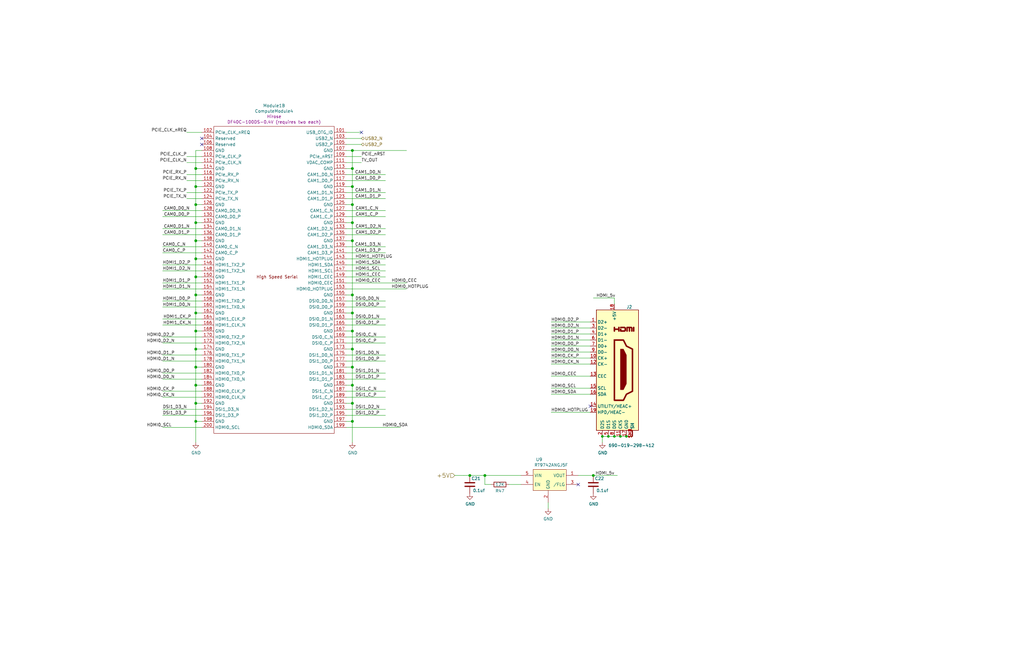
<source format=kicad_sch>
(kicad_sch (version 20211123) (generator eeschema)
  (paper "B")
  (title_block (title "ConnectBox CM4 for China Case") (date "2022-04-07") (rev "1.8.3") (comment 1 "JRA"))
  (lib_symbols
    (symbol "CM4IO:ComputeModule4-CM4"
      (property "Reference" "Module" (at 113.03 -68.58 0))
      (property "Value" "ComputeModule4-CM4" (at 140.97 2.54 0))
      (symbol "ComputeModule4-CM4_1_0"
        (text "GPIO" (at 0 6.35 0) (effects (font (size 1.27 1.27))))
      )
      (symbol "ComputeModule4-CM4_1_1"
        (rectangle (start -30.48 -71.12) (end 25.4 58.42))
        (text "600mA Max" (at -8.89 -53.34 0) (effects (font (size 1.27 1.27))))
        (text "600mA Max" (at -8.89 -48.26 0) (effects (font (size 1.27 1.27))))
        (text "NB SD signals are only available" (at -1.27 -27.94 0) (effects (font (size 1.27 1.27))))
        (text "on modules without eMMC" (at -1.27 -30.48 0) (effects (font (size 1.27 1.27))))
        (pin power_in line (at 27.94 55.88 180) (length 2.54) (name "GND") (number "1"))
        (pin passive line (at -33.02 45.72 0) (length 2.54) (name "Ethernet_Pair0_N") (number "10"))
        (pin output line (at -33.02 -68.58 0) (length 2.54) (name "nEXTRST") (number "100"))
        (pin passive line (at 27.94 43.18 180) (length 2.54) (name "Ethernet_Pair2_P") (number "11"))
        (pin passive line (at -33.02 43.18 0) (length 2.54) (name "Ethernet_Pair0_P") (number "12"))
        (pin power_in line (at 27.94 40.64 180) (length 2.54) (name "GND") (number "13"))
        (pin power_in line (at -33.02 40.64 0) (length 2.54) (name "GND") (number "14"))
        (pin output line (at 27.94 38.1 180) (length 2.54) (name "Ethernet_nLED3(3.3v)") (number "15"))
        (pin input line (at -33.02 38.1 0) (length 2.54) (name "Ethernet_SYNC_IN(1.8v)") (number "16"))
        (pin output line (at 27.94 35.56 180) (length 2.54) (name "Ethernet_nLED2(3.3v)") (number "17"))
        (pin input line (at -33.02 35.56 0) (length 2.54) (name "Ethernet_SYNC_OUT(1.8v)") (number "18"))
        (pin output line (at 27.94 33.02 180) (length 2.54) (name "Ethernet_nLED1(3.3v)") (number "19"))
        (pin power_in line (at -33.02 55.88 0) (length 2.54) (name "GND") (number "2"))
        (pin passive line (at -33.02 33.02 0) (length 2.54) (name "EEPROM_nWP") (number "20"))
        (pin open_collector line (at 27.94 30.48 180) (length 2.54) (name "PI_nLED_Activity") (number "21"))
        (pin power_in line (at -33.02 30.48 0) (length 2.54) (name "GND") (number "22"))
        (pin power_in line (at 27.94 27.94 180) (length 2.54) (name "GND") (number "23"))
        (pin passive line (at -33.02 27.94 0) (length 2.54) (name "GPIO26") (number "24"))
        (pin passive line (at 27.94 25.4 180) (length 2.54) (name "GPIO21") (number "25"))
        (pin passive line (at -33.02 25.4 0) (length 2.54) (name "GPIO19") (number "26"))
        (pin passive line (at 27.94 22.86 180) (length 2.54) (name "GPIO20") (number "27"))
        (pin passive line (at -33.02 22.86 0) (length 2.54) (name "GPIO13") (number "28"))
        (pin passive line (at 27.94 20.32 180) (length 2.54) (name "GPIO16") (number "29"))
        (pin passive line (at 27.94 53.34 180) (length 2.54) (name "Ethernet_Pair3_P") (number "3"))
        (pin passive line (at -33.02 20.32 0) (length 2.54) (name "GPIO6") (number "30"))
        (pin passive line (at 27.94 17.78 180) (length 2.54) (name "GPIO12") (number "31"))
        (pin power_in line (at -33.02 17.78 0) (length 2.54) (name "GND") (number "32"))
        (pin power_in line (at 27.94 15.24 180) (length 2.54) (name "GND") (number "33"))
        (pin passive line (at -33.02 15.24 0) (length 2.54) (name "GPIO5") (number "34"))
        (pin passive line (at 27.94 12.7 180) (length 2.54) (name "ID_SC") (number "35"))
        (pin passive line (at -33.02 12.7 0) (length 2.54) (name "ID_SD") (number "36"))
        (pin passive line (at 27.94 10.16 180) (length 2.54) (name "GPIO7") (number "37"))
        (pin passive line (at -33.02 10.16 0) (length 2.54) (name "GPIO11") (number "38"))
        (pin passive line (at 27.94 7.62 180) (length 2.54) (name "GPIO8") (number "39"))
        (pin passive line (at -33.02 53.34 0) (length 2.54) (name "Ethernet_Pair1_P") (number "4"))
        (pin passive line (at -33.02 7.62 0) (length 2.54) (name "GPIO9") (number "40"))
        (pin passive line (at 27.94 5.08 180) (length 2.54) (name "GPIO25") (number "41"))
        (pin power_in line (at -33.02 5.08 0) (length 2.54) (name "GND") (number "42"))
        (pin power_in line (at 27.94 2.54 180) (length 2.54) (name "GND") (number "43"))
        (pin passive line (at -33.02 2.54 0) (length 2.54) (name "GPIO10") (number "44"))
        (pin passive line (at 27.94 0 180) (length 2.54) (name "GPIO24") (number "45"))
        (pin passive line (at -33.02 0 0) (length 2.54) (name "GPIO22") (number "46"))
        (pin passive line (at 27.94 -2.54 180) (length 2.54) (name "GPIO23") (number "47"))
        (pin passive line (at -33.02 -2.54 0) (length 2.54) (name "GPIO27") (number "48"))
        (pin passive line (at 27.94 -5.08 180) (length 2.54) (name "GPIO18") (number "49"))
        (pin passive line (at 27.94 50.8 180) (length 2.54) (name "Ethernet_Pair3_N") (number "5"))
        (pin passive line (at -33.02 -5.08 0) (length 2.54) (name "GPIO17") (number "50"))
        (pin passive line (at 27.94 -7.62 180) (length 2.54) (name "GPIO15") (number "51"))
        (pin power_in line (at -33.02 -7.62 0) (length 2.54) (name "GND") (number "52"))
        (pin power_in line (at 27.94 -10.16 180) (length 2.54) (name "GND") (number "53"))
        (pin passive line (at -33.02 -10.16 0) (length 2.54) (name "GPIO4") (number "54"))
        (pin passive line (at 27.94 -12.7 180) (length 2.54) (name "GPIO14") (number "55"))
        (pin passive line (at -33.02 -12.7 0) (length 2.54) (name "GPIO3") (number "56"))
        (pin passive line (at 27.94 -15.24 180) (length 2.54) (name "SD_CLK") (number "57"))
        (pin passive line (at -33.02 -15.24 0) (length 2.54) (name "GPIO2") (number "58"))
        (pin power_in line (at 27.94 -17.78 180) (length 2.54) (name "GND") (number "59"))
        (pin passive line (at -33.02 50.8 0) (length 2.54) (name "Ethernet_Pair1_N") (number "6"))
        (pin power_in line (at -33.02 -17.78 0) (length 2.54) (name "GND") (number "60"))
        (pin passive line (at 27.94 -20.32 180) (length 2.54) (name "SD_DAT3") (number "61"))
        (pin passive line (at -33.02 -20.32 0) (length 2.54) (name "SD_CMD") (number "62"))
        (pin passive line (at 27.94 -22.86 180) (length 2.54) (name "SD_DAT0") (number "63"))
        (pin passive line (at -33.02 -22.86 0) (length 2.54) (name "SD_DAT5") (number "64"))
        (pin power_in line (at 27.94 -25.4 180) (length 2.54) (name "GND") (number "65"))
        (pin power_in line (at -33.02 -25.4 0) (length 2.54) (name "GND") (number "66"))
        (pin passive line (at 27.94 -27.94 180) (length 2.54) (name "SD_DAT1") (number "67"))
        (pin passive line (at -33.02 -27.94 0) (length 2.54) (name "SD_DAT4") (number "68"))
        (pin passive line (at 27.94 -30.48 180) (length 2.54) (name "SD_DAT2") (number "69"))
        (pin power_in line (at 27.94 48.26 180) (length 2.54) (name "GND") (number "7"))
        (pin passive line (at -33.02 -30.48 0) (length 2.54) (name "SD_DAT7") (number "70"))
        (pin power_in line (at 27.94 -33.02 180) (length 2.54) (name "GND") (number "71"))
        (pin passive line (at -33.02 -33.02 0) (length 2.54) (name "SD_DAT6") (number "72"))
        (pin input line (at 27.94 -35.56 180) (length 2.54) (name "SD_VDD_Override") (number "73"))
        (pin power_in line (at -33.02 -35.56 0) (length 2.54) (name "GND") (number "74"))
        (pin output line (at 27.94 -38.1 180) (length 2.54) (name "SD_PWR_ON") (number "75"))
        (pin passive line (at -33.02 -38.1 0) (length 2.54) (name "Reserved") (number "76"))
        (pin power_in line (at 27.94 -40.64 180) (length 2.54) (name "+5v_(Input)") (number "77"))
        (pin power_in line (at -33.02 -40.64 0) (length 2.54) (name "GPIO_VREF(1.8v/3.3v_Input)") (number "78"))
        (pin power_in line (at 27.94 -43.18 180) (length 2.54) (name "+5v_(Input)") (number "79"))
        (pin power_in line (at -33.02 48.26 0) (length 2.54) (name "GND") (number "8"))
        (pin passive line (at -33.02 -43.18 0) (length 2.54) (name "SCL0") (number "80"))
        (pin power_in line (at 27.94 -45.72 180) (length 2.54) (name "+5v_(Input)") (number "81"))
        (pin passive line (at -33.02 -45.72 0) (length 2.54) (name "SDA0") (number "82"))
        (pin power_in line (at 27.94 -48.26 180) (length 2.54) (name "+5v_(Input)") (number "83"))
        (pin power_out line (at -33.02 -48.26 0) (length 2.54) (name "+3.3v_(Output)") (number "84"))
        (pin power_in line (at 27.94 -50.8 180) (length 2.54) (name "+5v_(Input)") (number "85"))
        (pin power_out line (at -33.02 -50.8 0) (length 2.54) (name "+3.3v_(Output)") (number "86"))
        (pin power_in line (at 27.94 -53.34 180) (length 2.54) (name "+5v_(Input)") (number "87"))
        (pin power_out line (at -33.02 -53.34 0) (length 2.54) (name "+1.8v_(Output)") (number "88"))
        (pin power_in line (at 27.94 -55.88 180) (length 2.54) (name "WiFi_nDisable") (number "89"))
        (pin passive line (at 27.94 45.72 180) (length 2.54) (name "Ethernet_Pair2_N") (number "9"))
        (pin power_out line (at -33.02 -55.88 0) (length 2.54) (name "+1.8v_(Output)") (number "90"))
        (pin power_in line (at 27.94 -58.42 180) (length 2.54) (name "BT_nDisable") (number "91"))
        (pin passive line (at -33.02 -58.42 0) (length 2.54) (name "RUN_PG") (number "92"))
        (pin input line (at 27.94 -60.96 180) (length 2.54) (name "nRPIBOOT") (number "93"))
        (pin passive line (at -33.02 -60.96 0) (length 2.54) (name "AnalogIP1") (number "94"))
        (pin output line (at 27.94 -63.5 180) (length 2.54) (name "nPI_LED_PWR") (number "95"))
        (pin passive line (at -33.02 -63.5 0) (length 2.54) (name "AnalogIP0") (number "96"))
        (pin passive line (at 27.94 -66.04 180) (length 2.54) (name "Camera_GPIO") (number "97"))
        (pin power_in line (at -33.02 -66.04 0) (length 2.54) (name "GND") (number "98"))
        (pin input line (at 27.94 -68.58 180) (length 2.54) (name "Global_EN") (number "99"))
      )
      (symbol "ComputeModule4-CM4_2_1"
        (rectangle (start 114.3 -66.04) (end 165.1 63.5))
        (text "High Speed Serial" (at 140.97 0 0) (effects (font (size 1.27 1.27))))
        (pin input line (at 170.18 60.96 180) (length 5.08) (name "USB_OTG_ID") (number "101"))
        (pin input line (at 109.22 60.96 0) (length 5.08) (name "PCIe_CLK_nREQ") (number "102"))
        (pin passive line (at 170.18 58.42 180) (length 5.08) (name "USB2_N") (number "103"))
        (pin passive line (at 109.22 58.42 0) (length 5.08) (name "Reserved") (number "104"))
        (pin passive line (at 170.18 55.88 180) (length 5.08) (name "USB2_P") (number "105"))
        (pin passive line (at 109.22 55.88 0) (length 5.08) (name "Reserved") (number "106"))
        (pin power_in line (at 170.18 53.34 180) (length 5.08) (name "GND") (number "107"))
        (pin power_in line (at 109.22 53.34 0) (length 5.08) (name "GND") (number "108"))
        (pin bidirectional line (at 170.18 50.8 180) (length 5.08) (name "PCIe_nRST") (number "109"))
        (pin output line (at 109.22 50.8 0) (length 5.08) (name "PCIe_CLK_P") (number "110"))
        (pin passive line (at 170.18 48.26 180) (length 5.08) (name "VDAC_COMP") (number "111"))
        (pin output line (at 109.22 48.26 0) (length 5.08) (name "PCIe_CLK_N") (number "112"))
        (pin power_in line (at 170.18 45.72 180) (length 5.08) (name "GND") (number "113"))
        (pin power_in line (at 109.22 45.72 0) (length 5.08) (name "GND") (number "114"))
        (pin input line (at 170.18 43.18 180) (length 5.08) (name "CAM1_D0_N") (number "115"))
        (pin input line (at 109.22 43.18 0) (length 5.08) (name "PCIe_RX_P") (number "116"))
        (pin input line (at 170.18 40.64 180) (length 5.08) (name "CAM1_D0_P") (number "117"))
        (pin input line (at 109.22 40.64 0) (length 5.08) (name "PCIe_RX_N") (number "118"))
        (pin power_in line (at 170.18 38.1 180) (length 5.08) (name "GND") (number "119"))
        (pin power_in line (at 109.22 38.1 0) (length 5.08) (name "GND") (number "120"))
        (pin input line (at 170.18 35.56 180) (length 5.08) (name "CAM1_D1_N") (number "121"))
        (pin output line (at 109.22 35.56 0) (length 5.08) (name "PCIe_TX_P") (number "122"))
        (pin input line (at 170.18 33.02 180) (length 5.08) (name "CAM1_D1_P") (number "123"))
        (pin output line (at 109.22 33.02 0) (length 5.08) (name "PCIe_TX_N") (number "124"))
        (pin power_in line (at 170.18 30.48 180) (length 5.08) (name "GND") (number "125"))
        (pin power_in line (at 109.22 30.48 0) (length 5.08) (name "GND") (number "126"))
        (pin input line (at 170.18 27.94 180) (length 5.08) (name "CAM1_C_N") (number "127"))
        (pin input line (at 109.22 27.94 0) (length 5.08) (name "CAM0_D0_N") (number "128"))
        (pin input line (at 170.18 25.4 180) (length 5.08) (name "CAM1_C_P") (number "129"))
        (pin input line (at 109.22 25.4 0) (length 5.08) (name "CAM0_D0_P") (number "130"))
        (pin power_in line (at 170.18 22.86 180) (length 5.08) (name "GND") (number "131"))
        (pin power_in line (at 109.22 22.86 0) (length 5.08) (name "GND") (number "132"))
        (pin input line (at 170.18 20.32 180) (length 5.08) (name "CAM1_D2_N") (number "133"))
        (pin input line (at 109.22 20.32 0) (length 5.08) (name "CAM0_D1_N") (number "134"))
        (pin input line (at 170.18 17.78 180) (length 5.08) (name "CAM1_D2_P") (number "135"))
        (pin input line (at 109.22 17.78 0) (length 5.08) (name "CAM0_D1_P") (number "136"))
        (pin power_in line (at 170.18 15.24 180) (length 5.08) (name "GND") (number "137"))
        (pin power_in line (at 109.22 15.24 0) (length 5.08) (name "GND") (number "138"))
        (pin input line (at 170.18 12.7 180) (length 5.08) (name "CAM1_D3_N") (number "139"))
        (pin input line (at 109.22 12.7 0) (length 5.08) (name "CAM0_C_N") (number "140"))
        (pin input line (at 170.18 10.16 180) (length 5.08) (name "CAM1_D3_P") (number "141"))
        (pin input line (at 109.22 10.16 0) (length 5.08) (name "CAM0_C_P") (number "142"))
        (pin input line (at 170.18 7.62 180) (length 5.08) (name "HDMI1_HOTPLUG") (number "143"))
        (pin power_in line (at 109.22 7.62 0) (length 5.08) (name "GND") (number "144"))
        (pin bidirectional line (at 170.18 5.08 180) (length 5.08) (name "HDMI1_SDA") (number "145"))
        (pin output line (at 109.22 5.08 0) (length 5.08) (name "HDMI1_TX2_P") (number "146"))
        (pin open_collector line (at 170.18 2.54 180) (length 5.08) (name "HDMI1_SCL") (number "147"))
        (pin output line (at 109.22 2.54 0) (length 5.08) (name "HDMI1_TX2_N") (number "148"))
        (pin open_collector line (at 170.18 0 180) (length 5.08) (name "HDMI1_CEC") (number "149"))
        (pin power_in line (at 109.22 0 0) (length 5.08) (name "GND") (number "150"))
        (pin open_collector line (at 170.18 -2.54 180) (length 5.08) (name "HDMI0_CEC") (number "151"))
        (pin output line (at 109.22 -2.54 0) (length 5.08) (name "HDMI1_TX1_P") (number "152"))
        (pin input line (at 170.18 -5.08 180) (length 5.08) (name "HDMI0_HOTPLUG") (number "153"))
        (pin output line (at 109.22 -5.08 0) (length 5.08) (name "HDMI1_TX1_N") (number "154"))
        (pin power_in line (at 170.18 -7.62 180) (length 5.08) (name "GND") (number "155"))
        (pin power_in line (at 109.22 -7.62 0) (length 5.08) (name "GND") (number "156"))
        (pin output line (at 170.18 -10.16 180) (length 5.08) (name "DSI0_D0_N") (number "157"))
        (pin output line (at 109.22 -10.16 0) (length 5.08) (name "HDMI1_TX0_P") (number "158"))
        (pin output line (at 170.18 -12.7 180) (length 5.08) (name "DSI0_D0_P") (number "159"))
        (pin output line (at 109.22 -12.7 0) (length 5.08) (name "HDMI1_TX0_N") (number "160"))
        (pin power_in line (at 170.18 -15.24 180) (length 5.08) (name "GND") (number "161"))
        (pin power_in line (at 109.22 -15.24 0) (length 5.08) (name "GND") (number "162"))
        (pin output line (at 170.18 -17.78 180) (length 5.08) (name "DSI0_D1_N") (number "163"))
        (pin output line (at 109.22 -17.78 0) (length 5.08) (name "HDMI1_CLK_P") (number "164"))
        (pin output line (at 170.18 -20.32 180) (length 5.08) (name "DSI0_D1_P") (number "165"))
        (pin output line (at 109.22 -20.32 0) (length 5.08) (name "HDMI1_CLK_N") (number "166"))
        (pin power_in line (at 170.18 -22.86 180) (length 5.08) (name "GND") (number "167"))
        (pin power_in line (at 109.22 -22.86 0) (length 5.08) (name "GND") (number "168"))
        (pin output line (at 170.18 -25.4 180) (length 5.08) (name "DSI0_C_N") (number "169"))
        (pin output line (at 109.22 -25.4 0) (length 5.08) (name "HDMI0_TX2_P") (number "170"))
        (pin output line (at 170.18 -27.94 180) (length 5.08) (name "DSI0_C_P") (number "171"))
        (pin output line (at 109.22 -27.94 0) (length 5.08) (name "HDMI0_TX2_N") (number "172"))
        (pin power_in line (at 170.18 -30.48 180) (length 5.08) (name "GND") (number "173"))
        (pin power_in line (at 109.22 -30.48 0) (length 5.08) (name "GND") (number "174"))
        (pin output line (at 170.18 -33.02 180) (length 5.08) (name "DSI1_D0_N") (number "175"))
        (pin output line (at 109.22 -33.02 0) (length 5.08) (name "HDMI0_TX1_P") (number "176"))
        (pin output line (at 170.18 -35.56 180) (length 5.08) (name "DSI1_D0_P") (number "177"))
        (pin output line (at 109.22 -35.56 0) (length 5.08) (name "HDMI0_TX1_N") (number "178"))
        (pin power_in line (at 170.18 -38.1 180) (length 5.08) (name "GND") (number "179"))
        (pin power_in line (at 109.22 -38.1 0) (length 5.08) (name "GND") (number "180"))
        (pin output line (at 170.18 -40.64 180) (length 5.08) (name "DSI1_D1_N") (number "181"))
        (pin output line (at 109.22 -40.64 0) (length 5.08) (name "HDMI0_TX0_P") (number "182"))
        (pin output line (at 170.18 -43.18 180) (length 5.08) (name "DSI1_D1_P") (number "183"))
        (pin output line (at 109.22 -43.18 0) (length 5.08) (name "HDMI0_TX0_N") (number "184"))
        (pin power_in line (at 170.18 -45.72 180) (length 5.08) (name "GND") (number "185"))
        (pin power_in line (at 109.22 -45.72 0) (length 5.08) (name "GND") (number "186"))
        (pin output line (at 170.18 -48.26 180) (length 5.08) (name "DSI1_C_N") (number "187"))
        (pin output line (at 109.22 -48.26 0) (length 5.08) (name "HDMI0_CLK_P") (number "188"))
        (pin output line (at 170.18 -50.8 180) (length 5.08) (name "DSI1_C_P") (number "189"))
        (pin output line (at 109.22 -50.8 0) (length 5.08) (name "HDMI0_CLK_N") (number "190"))
        (pin power_in line (at 170.18 -53.34 180) (length 5.08) (name "GND") (number "191"))
        (pin power_in line (at 109.22 -53.34 0) (length 5.08) (name "GND") (number "192"))
        (pin output line (at 170.18 -55.88 180) (length 5.08) (name "DSI1_D2_N") (number "193"))
        (pin output line (at 109.22 -55.88 0) (length 5.08) (name "DSI1_D3_N") (number "194"))
        (pin output line (at 170.18 -58.42 180) (length 5.08) (name "DSI1_D2_P") (number "195"))
        (pin output line (at 109.22 -58.42 0) (length 5.08) (name "DSI1_D3_P") (number "196"))
        (pin power_in line (at 170.18 -60.96 180) (length 5.08) (name "GND") (number "197"))
        (pin power_in line (at 109.22 -60.96 0) (length 5.08) (name "GND") (number "198"))
        (pin bidirectional line (at 170.18 -63.5 180) (length 5.08) (name "HDMI0_SDA") (number "199"))
        (pin open_collector line (at 109.22 -63.5 0) (length 5.08) (name "HDMI0_SCL") (number "200"))
      )
    )
    (symbol "CM4IO:HDMI_A_1.4"
      (property "Reference" "J" (at -6.35 26.67 0))
      (property "Value" "HDMI_A_1.4" (at 10.16 26.67 0))
      (symbol "HDMI_A_1.4_0_0"
        (polyline (pts (xy 8.128 16.51) (xy 8.128 18.034)) (stroke (width 0.635)))
        (polyline (pts (xy 0 16.51) (xy 0 18.034) (xy 0 17.272) (xy 1.905 17.272) (xy 1.905 18.034) (xy 1.905 16.51)) (stroke (width 0.635)))
        (polyline (pts (xy 2.667 18.034) (xy 4.318 18.034) (xy 4.572 17.78) (xy 4.572 16.764) (xy 4.318 16.51) (xy 2.667 16.51) (xy 2.667 17.272)) (stroke (width 0.635)))
        (pin passive line (at 7.62 -27.94 90) (length 2.54) (name "SH") (number "SH2"))
        (pin passive line (at 7.62 -27.94 90) (length 2.54) (name "SH") (number "SH3"))
        (pin passive line (at 7.62 -27.94 90) (length 2.54) (name "SH") (number "SH4"))
      )
      (symbol "HDMI_A_1.4_0_1"
        (rectangle (start -7.62 25.4) (end 10.16 -25.4) (stroke (width 0.254)) (fill (type background)))
        (polyline (pts (xy 2.54 8.89) (xy 3.81 8.89) (xy 5.08 6.35) (xy 5.08 -5.715) (xy 3.81 -8.255) (xy 2.54 -8.255) (xy 2.54 8.89)) (fill (type outline)))
        (polyline (pts (xy 5.334 16.51) (xy 5.334 18.034) (xy 6.35 18.034) (xy 6.35 16.51) (xy 6.35 18.034) (xy 7.112 18.034) (xy 7.366 17.78) (xy 7.366 16.51)) (stroke (width 0.635)))
        (polyline (pts (xy 0 12.7) (xy 0 -12.7) (xy 3.81 -12.7) (xy 5.08 -10.16) (xy 7.62 -8.89) (xy 7.62 8.89) (xy 5.08 10.16) (xy 3.81 12.7) (xy 0 12.7)) (stroke (width 0.635)))
      )
      (symbol "HDMI_A_1.4_1_1"
        (pin passive line (at -10.16 20.32 0) (length 2.54) (name "D2+") (number "1"))
        (pin passive line (at -10.16 5.08 0) (length 2.54) (name "CK+") (number "10"))
        (pin power_in line (at 2.54 -27.94 90) (length 2.54) (name "CKS") (number "11"))
        (pin passive line (at -10.16 2.54 0) (length 2.54) (name "CK-") (number "12"))
        (pin bidirectional line (at -10.16 -2.54 0) (length 2.54) (name "CEC") (number "13"))
        (pin passive line (at -10.16 -15.24 0) (length 2.54) (name "UTILITY/HEAC+") (number "14"))
        (pin passive line (at -10.16 -7.62 0) (length 2.54) (name "SCL") (number "15"))
        (pin bidirectional line (at -10.16 -10.16 0) (length 2.54) (name "SDA") (number "16"))
        (pin power_in line (at 5.08 -27.94 90) (length 2.54) (name "GND") (number "17"))
        (pin power_in line (at 0 27.94 270) (length 2.54) (name "+5V") (number "18"))
        (pin passive line (at -10.16 -17.78 0) (length 2.54) (name "HPD/HEAC-") (number "19"))
        (pin power_in line (at -5.08 -27.94 90) (length 2.54) (name "D2S") (number "2"))
        (pin passive line (at -10.16 17.78 0) (length 2.54) (name "D2-") (number "3"))
        (pin passive line (at -10.16 15.24 0) (length 2.54) (name "D1+") (number "4"))
        (pin power_in line (at -2.54 -27.94 90) (length 2.54) (name "D1S") (number "5"))
        (pin passive line (at -10.16 12.7 0) (length 2.54) (name "D1-") (number "6"))
        (pin passive line (at -10.16 10.16 0) (length 2.54) (name "D0+") (number "7"))
        (pin power_in line (at 0 -27.94 90) (length 2.54) (name "D0S") (number "8"))
        (pin passive line (at -10.16 7.62 0) (length 2.54) (name "D0-") (number "9"))
        (pin passive line (at 7.62 -27.94 90) (length 2.54) (name "SH") (number "SH1"))
      )
    )
    (symbol "Custom_1:T9742ANGJ5F"
      (property "Reference" "U" (at -2.54 13.97 0))
      (property "Value" "T9742ANGJ5F" (at 2.54 11.43 0))
      (symbol "T9742ANGJ5F_0_1"
        (rectangle (start -7.62 8.89) (end 6.35 0) (stroke (width 0.1524)) (fill (type background)))
      )
      (symbol "T9742ANGJ5F_1_1"
        (pin power_out line (at 11.43 6.35 180) (length 5.08) (name "VOUT") (number "1"))
        (pin input line (at -1.27 -5.08 90) (length 5.08) (name "GND") (number "2"))
        (pin input line (at 11.43 2.54 180) (length 5.08) (name "/FLG") (number "3"))
        (pin input line (at -12.7 2.54 0) (length 5.08) (name "EN") (number "4"))
        (pin input line (at -12.7 6.35 0) (length 5.08) (name "VIN") (number "5"))
      )
    )
    (symbol "Device:C" (pin_numbers hide) (pin_names (offset 0.254))
      (property "Reference" "C" (at 0.635 2.54 0))
      (property "Value" "C" (at 0.635 -2.54 0))
      (symbol "C_0_1"
        (polyline (pts (xy -2.032 -0.762) (xy 2.032 -0.762)) (stroke (width 0.508)))
        (polyline (pts (xy -2.032 0.762) (xy 2.032 0.762)) (stroke (width 0.508)))
      )
      (symbol "C_1_1"
        (pin passive line (at 0 3.81 270) (length 2.794) (name "~") (number "1"))
        (pin passive line (at 0 -3.81 90) (length 2.794) (name "~") (number "2"))
      )
    )
    (symbol "Device:R" (pin_numbers hide) (pin_names (offset 0))
      (property "Reference" "R" (at 2.032 0 90))
      (property "Value" "R" (at 0 0 90))
      (symbol "R_0_1"
        (rectangle (start -1.016 -2.54) (end 1.016 2.54) (stroke (width 0.254)))
      )
      (symbol "R_1_1"
        (pin passive line (at 0 3.81 270) (length 1.27) (name "~") (number "1"))
        (pin passive line (at 0 -3.81 90) (length 1.27) (name "~") (number "2"))
      )
    )
    (symbol "power:GND" (power) (pin_names (offset 0))
      (property "Value" "GND" (at 0 -3.81 0))
      (symbol "GND_0_1"
        (polyline (pts (xy 0 0) (xy 0 -1.27) (xy 1.27 -1.27) (xy 0 -2.54) (xy -1.27 -1.27) (xy 0 -1.27)))
      )
      (symbol "GND_1_1"
        (pin power_in line (at 0 0 270) (length 0) hide (name "GND") (number "1"))
      )
    )
  )
  (junction (at 148.59 139.7) (diameter 1.016))
  (junction (at 254 184.15) (diameter 0.9144))
  (junction (at 148.59 162.56) (diameter 1.016))
  (junction (at 82.55 154.94) (diameter 1.016))
  (junction (at 148.59 86.36) (diameter 1.016))
  (junction (at 82.55 86.36) (diameter 1.016))
  (junction (at 264.16 184.15) (diameter 0.9144))
  (junction (at 82.55 139.7) (diameter 1.016))
  (junction (at 148.59 147.32) (diameter 1.016))
  (junction (at 82.55 78.74) (diameter 1.016))
  (junction (at 148.59 124.46) (diameter 1.016))
  (junction (at 148.59 78.74) (diameter 1.016))
  (junction (at 259.08 184.15) (diameter 0.9144))
  (junction (at 82.55 109.22) (diameter 1.016))
  (junction (at 82.55 124.46) (diameter 1.016))
  (junction (at 82.55 93.98) (diameter 1.016))
  (junction (at 148.59 63.5) (diameter 1.016))
  (junction (at 148.59 71.12) (diameter 1.016))
  (junction (at 148.59 101.6) (diameter 1.016))
  (junction (at 82.55 177.8) (diameter 1.016))
  (junction (at 148.59 170.18) (diameter 1.016))
  (junction (at 204.47 200.66) (diameter 1.016))
  (junction (at 82.55 132.08) (diameter 1.016))
  (junction (at 148.59 154.94) (diameter 1.016))
  (junction (at 198.12 200.66) (diameter 1.016))
  (junction (at 148.59 177.8) (diameter 1.016))
  (junction (at 82.55 147.32) (diameter 1.016))
  (junction (at 261.62 184.15) (diameter 0.9144))
  (junction (at 250.19 200.66) (diameter 1.016))
  (junction (at 82.55 116.84) (diameter 1.016))
  (junction (at 148.59 93.98) (diameter 1.016))
  (junction (at 148.59 132.08) (diameter 1.016))
  (junction (at 82.55 170.18) (diameter 1.016))
  (junction (at 82.55 162.56) (diameter 1.016))
  (junction (at 82.55 71.12) (diameter 1.016))
  (junction (at 82.55 101.6) (diameter 1.016))
  (junction (at 256.54 184.15) (diameter 0.9144))
  (no_connect (at 85.09 60.96))
  (no_connect (at 248.92 171.45))
  (no_connect (at 152.4 55.88))
  (no_connect (at 85.09 58.42))
  (no_connect (at 243.84 204.47))
  (wire (pts (xy 232.41 148.59) (xy 248.92 148.59)))
  (wire (pts (xy 68.58 127) (xy 85.09 127)))
  (wire (pts (xy 146.05 139.7) (xy 148.59 139.7)))
  (wire (pts (xy 68.58 160.02) (xy 85.09 160.02)))
  (wire (pts (xy 204.47 200.66) (xy 204.47 204.47)))
  (wire (pts (xy 207.01 204.47) (xy 204.47 204.47)))
  (wire (pts (xy 146.05 60.96) (xy 152.4 60.96)))
  (wire (pts (xy 82.55 132.08) (xy 85.09 132.08)))
  (wire (pts (xy 146.05 175.26) (xy 162.56 175.26)))
  (wire (pts (xy 232.41 166.37) (xy 248.92 166.37)))
  (wire (pts (xy 85.09 165.1) (xy 68.58 165.1)))
  (wire (pts (xy 148.59 101.6) (xy 148.59 93.98)))
  (wire (pts (xy 82.55 78.74) (xy 82.55 86.36)))
  (wire (pts (xy 232.41 140.97) (xy 248.92 140.97)))
  (wire (pts (xy 82.55 109.22) (xy 85.09 109.22)))
  (wire (pts (xy 82.55 63.5) (xy 82.55 71.12)))
  (wire (pts (xy 148.59 139.7) (xy 148.59 147.32)))
  (wire (pts (xy 148.59 154.94) (xy 148.59 162.56)))
  (wire (pts (xy 82.55 71.12) (xy 85.09 71.12)))
  (wire (pts (xy 78.74 81.28) (xy 85.09 81.28)))
  (wire (pts (xy 146.05 124.46) (xy 148.59 124.46)))
  (wire (pts (xy 148.59 170.18) (xy 148.59 177.8)))
  (wire (pts (xy 146.05 147.32) (xy 148.59 147.32)))
  (wire (pts (xy 68.58 180.34) (xy 85.09 180.34)))
  (wire (pts (xy 146.05 71.12) (xy 148.59 71.12)))
  (wire (pts (xy 85.09 152.4) (xy 68.58 152.4)))
  (wire (pts (xy 82.55 116.84) (xy 85.09 116.84)))
  (wire (pts (xy 232.41 151.13) (xy 248.92 151.13)))
  (wire (pts (xy 146.05 177.8) (xy 148.59 177.8)))
  (wire (pts (xy 146.05 154.94) (xy 148.59 154.94)))
  (wire (pts (xy 162.56 152.4) (xy 146.05 152.4)))
  (wire (pts (xy 146.05 167.64) (xy 162.56 167.64)))
  (wire (pts (xy 162.56 160.02) (xy 146.05 160.02)))
  (wire (pts (xy 146.05 162.56) (xy 148.59 162.56)))
  (wire (pts (xy 191.77 200.66) (xy 195.58 200.66)))
  (wire (pts (xy 146.05 88.9) (xy 162.56 88.9)))
  (wire (pts (xy 85.09 167.64) (xy 68.58 167.64)))
  (wire (pts (xy 148.59 177.8) (xy 148.59 186.69)))
  (wire (pts (xy 146.05 68.58) (xy 152.4 68.58)))
  (wire (pts (xy 146.05 101.6) (xy 148.59 101.6)))
  (wire (pts (xy 146.05 114.3) (xy 162.56 114.3)))
  (wire (pts (xy 82.55 147.32) (xy 85.09 147.32)))
  (wire (pts (xy 68.58 114.3) (xy 85.09 114.3)))
  (wire (pts (xy 148.59 162.56) (xy 148.59 170.18)))
  (wire (pts (xy 82.55 139.7) (xy 85.09 139.7)))
  (wire (pts (xy 82.55 101.6) (xy 85.09 101.6)))
  (wire (pts (xy 146.05 66.04) (xy 152.4 66.04)))
  (wire (pts (xy 85.09 177.8) (xy 82.55 177.8)))
  (wire (pts (xy 146.05 111.76) (xy 162.56 111.76)))
  (wire (pts (xy 82.55 109.22) (xy 82.55 116.84)))
  (wire (pts (xy 148.59 93.98) (xy 148.59 86.36)))
  (wire (pts (xy 68.58 119.38) (xy 85.09 119.38)))
  (wire (pts (xy 146.05 119.38) (xy 171.45 119.38)))
  (wire (pts (xy 148.59 101.6) (xy 148.59 124.46)))
  (wire (pts (xy 148.59 78.74) (xy 148.59 86.36)))
  (wire (pts (xy 254 184.15) (xy 254 186.69)))
  (wire (pts (xy 82.55 162.56) (xy 82.55 170.18)))
  (wire (pts (xy 232.41 143.51) (xy 248.92 143.51)))
  (wire (pts (xy 78.74 55.88) (xy 85.09 55.88)))
  (wire (pts (xy 148.59 78.74) (xy 148.59 71.12)))
  (wire (pts (xy 146.05 134.62) (xy 162.56 134.62)))
  (wire (pts (xy 146.05 142.24) (xy 162.56 142.24)))
  (wire (pts (xy 250.19 125.73) (xy 259.08 125.73)))
  (wire (pts (xy 146.05 170.18) (xy 148.59 170.18)))
  (wire (pts (xy 146.05 93.98) (xy 148.59 93.98)))
  (wire (pts (xy 232.41 158.75) (xy 248.92 158.75)))
  (wire (pts (xy 68.58 142.24) (xy 85.09 142.24)))
  (wire (pts (xy 232.41 135.89) (xy 248.92 135.89)))
  (wire (pts (xy 78.74 68.58) (xy 85.09 68.58)))
  (wire (pts (xy 146.05 58.42) (xy 152.4 58.42)))
  (wire (pts (xy 85.09 91.44) (xy 68.58 91.44)))
  (wire (pts (xy 82.55 132.08) (xy 82.55 139.7)))
  (wire (pts (xy 232.41 146.05) (xy 248.92 146.05)))
  (wire (pts (xy 85.09 63.5) (xy 82.55 63.5)))
  (wire (pts (xy 146.05 165.1) (xy 162.56 165.1)))
  (wire (pts (xy 68.58 175.26) (xy 85.09 175.26)))
  (wire (pts (xy 162.56 129.54) (xy 146.05 129.54)))
  (wire (pts (xy 259.08 125.73) (xy 259.08 128.27)))
  (wire (pts (xy 162.56 73.66) (xy 146.05 73.66)))
  (wire (pts (xy 82.55 86.36) (xy 85.09 86.36)))
  (wire (pts (xy 146.05 172.72) (xy 162.56 172.72)))
  (wire (pts (xy 82.55 116.84) (xy 82.55 124.46)))
  (wire (pts (xy 85.09 99.06) (xy 68.58 99.06)))
  (wire (pts (xy 82.55 147.32) (xy 82.55 154.94)))
  (wire (pts (xy 146.05 144.78) (xy 162.56 144.78)))
  (wire (pts (xy 85.09 149.86) (xy 68.58 149.86)))
  (wire (pts (xy 146.05 96.52) (xy 162.56 96.52)))
  (wire (pts (xy 146.05 86.36) (xy 148.59 86.36)))
  (wire (pts (xy 82.55 154.94) (xy 82.55 162.56)))
  (wire (pts (xy 82.55 170.18) (xy 82.55 177.8)))
  (wire (pts (xy 162.56 127) (xy 146.05 127)))
  (wire (pts (xy 146.05 180.34) (xy 168.91 180.34)))
  (wire (pts (xy 68.58 104.14) (xy 85.09 104.14)))
  (wire (pts (xy 146.05 132.08) (xy 148.59 132.08)))
  (wire (pts (xy 78.74 83.82) (xy 85.09 83.82)))
  (wire (pts (xy 82.55 86.36) (xy 82.55 93.98)))
  (wire (pts (xy 85.09 96.52) (xy 68.58 96.52)))
  (wire (pts (xy 148.59 147.32) (xy 148.59 154.94)))
  (wire (pts (xy 82.55 177.8) (xy 82.55 186.69)))
  (wire (pts (xy 82.55 124.46) (xy 82.55 132.08)))
  (wire (pts (xy 68.58 121.92) (xy 85.09 121.92)))
  (wire (pts (xy 68.58 157.48) (xy 85.09 157.48)))
  (wire (pts (xy 82.55 139.7) (xy 82.55 147.32)))
  (wire (pts (xy 148.59 132.08) (xy 148.59 139.7)))
  (wire (pts (xy 232.41 153.67) (xy 248.92 153.67)))
  (wire (pts (xy 85.09 134.62) (xy 68.58 134.62)))
  (wire (pts (xy 146.05 137.16) (xy 162.56 137.16)))
  (wire (pts (xy 68.58 129.54) (xy 85.09 129.54)))
  (wire (pts (xy 162.56 157.48) (xy 146.05 157.48)))
  (wire (pts (xy 68.58 172.72) (xy 85.09 172.72)))
  (wire (pts (xy 256.54 184.15) (xy 259.08 184.15)))
  (wire (pts (xy 68.58 106.68) (xy 85.09 106.68)))
  (wire (pts (xy 82.55 71.12) (xy 82.55 78.74)))
  (wire (pts (xy 148.59 63.5) (xy 171.45 63.5)))
  (wire (pts (xy 243.84 200.66) (xy 250.19 200.66)))
  (wire (pts (xy 250.19 200.66) (xy 260.35 200.66)))
  (wire (pts (xy 148.59 71.12) (xy 148.59 63.5)))
  (wire (pts (xy 162.56 83.82) (xy 146.05 83.82)))
  (wire (pts (xy 146.05 121.92) (xy 171.45 121.92)))
  (wire (pts (xy 162.56 76.2) (xy 146.05 76.2)))
  (wire (pts (xy 152.4 55.88) (xy 146.05 55.88)))
  (wire (pts (xy 232.41 163.83) (xy 248.92 163.83)))
  (wire (pts (xy 162.56 106.68) (xy 146.05 106.68)))
  (wire (pts (xy 85.09 88.9) (xy 68.58 88.9)))
  (wire (pts (xy 231.14 212.09) (xy 231.14 214.63)))
  (wire (pts (xy 85.09 76.2) (xy 78.74 76.2)))
  (wire (pts (xy 82.55 162.56) (xy 85.09 162.56)))
  (wire (pts (xy 232.41 173.99) (xy 248.92 173.99)))
  (wire (pts (xy 162.56 81.28) (xy 146.05 81.28)))
  (wire (pts (xy 162.56 104.14) (xy 146.05 104.14)))
  (wire (pts (xy 146.05 116.84) (xy 162.56 116.84)))
  (wire (pts (xy 259.08 184.15) (xy 261.62 184.15)))
  (wire (pts (xy 261.62 184.15) (xy 264.16 184.15)))
  (wire (pts (xy 264.16 184.15) (xy 266.7 184.15)))
  (wire (pts (xy 148.59 124.46) (xy 148.59 132.08)))
  (wire (pts (xy 195.58 200.66) (xy 198.12 200.66)) (stroke (width 0.1524)))
  (wire (pts (xy 198.12 200.66) (xy 204.47 200.66)) (stroke (width 0.1524)))
  (wire (pts (xy 204.47 200.66) (xy 219.71 200.66)) (stroke (width 0.1524)))
  (wire (pts (xy 78.74 66.04) (xy 85.09 66.04)))
  (wire (pts (xy 162.56 149.86) (xy 146.05 149.86)))
  (wire (pts (xy 68.58 111.76) (xy 85.09 111.76)))
  (wire (pts (xy 148.59 63.5) (xy 146.05 63.5)))
  (wire (pts (xy 68.58 144.78) (xy 85.09 144.78)))
  (wire (pts (xy 146.05 109.22) (xy 162.56 109.22)))
  (wire (pts (xy 85.09 170.18) (xy 82.55 170.18)))
  (wire (pts (xy 85.09 73.66) (xy 78.74 73.66)))
  (wire (pts (xy 146.05 91.44) (xy 162.56 91.44)))
  (wire (pts (xy 82.55 154.94) (xy 85.09 154.94)))
  (wire (pts (xy 254 184.15) (xy 256.54 184.15)))
  (wire (pts (xy 85.09 137.16) (xy 68.58 137.16)))
  (wire (pts (xy 214.63 204.47) (xy 219.71 204.47)))
  (wire (pts (xy 82.55 124.46) (xy 85.09 124.46)))
  (wire (pts (xy 146.05 99.06) (xy 162.56 99.06)))
  (wire (pts (xy 82.55 93.98) (xy 85.09 93.98)))
  (wire (pts (xy 82.55 93.98) (xy 82.55 101.6)))
  (wire (pts (xy 82.55 78.74) (xy 85.09 78.74)))
  (wire (pts (xy 146.05 78.74) (xy 148.59 78.74)))
  (wire (pts (xy 232.41 138.43) (xy 248.92 138.43)))
  (wire (pts (xy 82.55 101.6) (xy 82.55 109.22)))
  (label "HDMI0_D2_P" (at 232.41 135.89 0))
  (label "DSI1_D3_P" (at 68.58 175.26 0))
  (label "HDMI0_CK_N" (at 232.41 153.67 0))
  (label "PCIE_CLK_P" (at 78.74 66.04 180))
  (label "CAM1_D0_P" (at 160.655 76.2 180))
  (label "HDMI1_SDA" (at 149.86 111.76 0))
  (label "DSI1_D2_N" (at 149.86 172.72 0))
  (label "CAM1_C_P" (at 149.86 91.44 0))
  (label "DSI0_C_P" (at 149.86 144.78 0))
  (label "HDMI0_D1_P" (at 73.66 149.86 180))
  (label "CAM0_D0_N" (at 80.01 88.9 180))
  (label "CAM1_D1_P" (at 160.655 83.82 180))
  (label "CAM0_D1_P" (at 80.01 99.06 180))
  (label "CAM1_D1_N" (at 160.655 81.28 180))
  (label "HDMI0_SCL" (at 72.39 180.34 180))
  (label "TV_OUT" (at 152.4 68.58 0))
  (label "PCIE_nRST" (at 152.4 66.04 0))
  (label "DSI1_D3_N" (at 68.58 172.72 0))
  (label "HDMI1_D0_N" (at 68.58 129.54 0))
  (label "HDMI1_CK_N" (at 80.645 137.16 180))
  (label "HDMI0_D2_N" (at 73.66 144.78 180))
  (label "PCIE_RX_N" (at 78.74 76.2 180))
  (label "CAM1_C_N" (at 149.86 88.9 0))
  (label "HDMI0_D0_P" (at 73.66 157.48 180))
  (label "HDMI0_CEC" (at 165.1 119.38 0))
  (label "HDMI1_D2_P" (at 68.58 111.76 0))
  (label "HDMI0_HOTPLUG" (at 165.1 121.92 0))
  (label "HDMI0_D2_P" (at 73.66 142.24 180))
  (label "CAM0_D1_N" (at 80.01 96.52 180))
  (label "HDMI0_D0_P" (at 232.41 146.05 0))
  (label "HDMI1_D1_P" (at 68.58 119.38 0))
  (label "HDMI1_D1_N" (at 68.58 121.92 0))
  (label "DSI0_D0_N" (at 160.02 127 180))
  (label "HDMI0_CEC" (at 149.86 119.38 0))
  (label "DSI0_D1_P" (at 149.86 137.16 0))
  (label "HDMI0_D1_P" (at 232.41 140.97 0))
  (label "HDMI0_SDA" (at 161.29 180.34 0))
  (label "DSI1_D2_P" (at 149.86 175.26 0))
  (label "HDMI_5v" (at 259.08 200.66 180))
  (label "PCIE_CLK_N" (at 78.74 68.58 180))
  (label "DSI1_D0_N" (at 160.02 149.86 180))
  (label "HDMI1_SCL" (at 149.86 114.3 0))
  (label "CAM1_D3_N" (at 160.655 104.14 180))
  (label "HDMI0_SDA" (at 232.41 166.37 0))
  (label "DSI0_D1_N" (at 149.86 134.62 0))
  (label "HDMI0_D1_N" (at 232.41 143.51 0))
  (label "HDMI0_CK_N" (at 73.66 167.64 180))
  (label "HDMI0_CK_P" (at 73.66 165.1 180))
  (label "HDMI0_HOTPLUG" (at 232.41 173.99 0))
  (label "CAM0_C_P" (at 68.58 106.68 0))
  (label "HDMI1_CK_P" (at 80.645 134.62 180))
  (label "HDMI1_D0_P" (at 68.58 127 0))
  (label "HDMI1_HOTPLUG" (at 149.86 109.22 0))
  (label "PCIE_TX_P" (at 78.74 81.28 180))
  (label "HDMI0_D1_N" (at 73.66 152.4 180))
  (label "CAM1_D0_N" (at 160.655 73.66 180))
  (label "HDMI0_CK_P" (at 232.41 151.13 0))
  (label "HDMI0_CEC" (at 232.41 158.75 0))
  (label "HDMI_5v" (at 251.46 125.73 0))
  (label "DSI1_D1_P" (at 160.02 160.02 180))
  (label "HDMI1_D2_N" (at 68.58 114.3 0))
  (label "PCIE_RX_P" (at 78.74 73.66 180))
  (label "DSI0_D0_P" (at 160.02 129.54 180))
  (label "DSI1_C_P" (at 149.86 167.64 0))
  (label "CAM0_C_N" (at 68.58 104.14 0))
  (label "PCIE_CLK_nREQ" (at 78.74 55.88 180))
  (label "CAM1_D2_P" (at 149.86 99.06 0))
  (label "DSI1_C_N" (at 149.86 165.1 0))
  (label "HDMI0_D0_N" (at 232.41 148.59 0))
  (label "DSI1_D1_N" (at 160.02 157.48 180))
  (label "HDMI0_D2_N" (at 232.41 138.43 0))
  (label "DSI1_D0_P" (at 160.02 152.4 180))
  (label "CAM1_D2_N" (at 149.86 96.52 0))
  (label "CAM1_D3_P" (at 160.655 106.68 180))
  (label "PCIE_TX_N" (at 78.74 83.82 180))
  (label "HDMI0_SCL" (at 232.41 163.83 0))
  (label "DSI0_C_N" (at 149.86 142.24 0))
  (label "HDMI0_D0_N" (at 73.66 160.02 180))
  (label "HDMI1_CEC" (at 149.86 116.84 0))
  (label "CAM0_D0_P" (at 80.01 91.44 180))
  (hierarchical_label "+5V" (shape input) (at 191.77 200.66 180) (effects (font (size 1.778 1.778))))
  (hierarchical_label "USB2_P" (shape bidirectional) (at 152.4 60.96 0))
  (hierarchical_label "USB2_N" (shape bidirectional) (at 152.4 58.42 0))
  (symbol (lib_id "Device:R") (at 210.82 204.47 270) (unit 1)
    (property "Reference" "R47" (at 210.82 207.137 90))
    (property "Value" "12K" (at 210.82 204.47 90))
    (property "Footprint" "Resistor_SMD:R_0603_1608Metric" (effects hide))
    (property "Manufacturer" "Yageo" (effects hide))
    (property "Manufacturer P/N" "RC0603FR-12K2L" (effects hide))
    (property "Description" "RES SMD 12K OHM 1% 1/8W 0603" (effects hide))
    (property "DigiKey P/N" "311-12.0KHRCT-ND" (effects hide))
    (property "Type" "SMD" (effects hide))
  )
  (symbol (lib_id "Custom_1:T9742ANGJ5F") (at 232.41 207.01 0) (unit 1)
    (property "Reference" "U9" (at 227.33 193.929 0))
    (property "Value" "RT9742ANGJ5F" (at 232.41 196.2404 0))
    (property "Footprint" "Package_TO_SOT_SMD:SOT-23-5" (effects hide))
    (property "Datasheet" "https://www.richtek.com/assets/product_file/RT9742/DS9742-00.pdf" (effects hide))
    (property "Manufacturer" "Richtek" (effects hide))
    (property "Manufacturer P/N" "RT9742ANGJ5F" (effects hide))
    (property "Description" "Power Switch/Driver 1:1 N-Channel 1A TSOT-23-5" (effects hide))
    (property "DigiKey P/N" "1028-1427-1-ND" (effects hide))
    (property "Type" "SMD" (effects hide))
  )
  (symbol (lib_id "power:GND") (at 254 186.69 0) (unit 1)
    (property "Reference" "#PWR017" (effects hide))
    (property "Value" "GND" (at 254.127 191.0842 0))
  )
  (symbol (lib_id "Device:C") (at 250.19 204.47 0) (unit 1)
    (property "Reference" "C22" (at 250.825 201.93 0) (effects (justify left)))
    (property "Value" "0.1uf" (at 251.46 207.01 0) (effects (justify left)))
    (property "Footprint" "Capacitor_SMD:C_0603_1608Metric" (effects hide))
    (property "Manufacturer" "KEMET" (effects hide))
    (property "Manufacturer P/N" "C0603C104K9PAC7867" (effects hide))
    (property "Description" "CAP CER 0.1UF 6.3V X5R 0603" (effects hide))
    (property "DigiKey P/N" "399-17575-1-ND" (effects hide))
    (property "Type" "SMD" (effects hide))
  )
  (symbol (lib_id "CM4IO:HDMI_A_1.4") (at 259.08 156.21 0) (unit 1)
    (property "Reference" "J2" (at 264.16 129.54 0) (effects (justify left)))
    (property "Value" "690-019-298-412" (at 256.54 187.96 0) (effects (justify left)))
    (property "Footprint" "CustomComponents:HDMI_CnC_SMT" (effects hide))
    (property "Manufacturer" "CNC Tech" (effects hide))
    (property "Manufacturer P/N" "2000-1-2-41-00-BK" (effects hide))
    (property "Description" "CONN RCPT HDMI 19POS SMD R/A" (effects hide))
    (property "DigiKey P/N" "1175-1703-ND" (effects hide))
    (property "Type" "Mixed" (effects hide))
  )
  (symbol (lib_id "power:GND") (at 82.55 186.69 0) (unit 1)
    (property "Reference" "#PWR012" (effects hide))
    (property "Value" "GND" (at 82.677 191.0842 0))
  )
  (symbol (lib_id "power:GND") (at 250.19 208.28 0) (unit 1)
    (property "Reference" "#PWR016" (effects hide))
    (property "Value" "GND" (at 250.317 212.6742 0))
  )
  (symbol (lib_id "power:GND") (at 231.14 214.63 0) (unit 1)
    (property "Reference" "#PWR015" (effects hide))
    (property "Value" "GND" (at 231.14 218.9544 0))
  )
  (symbol (lib_id "Device:C") (at 198.12 204.47 0) (unit 1)
    (property "Reference" "C21" (at 198.755 201.93 0) (effects (justify left)))
    (property "Value" "0.1uf" (at 199.39 207.01 0) (effects (justify left)))
    (property "Footprint" "Capacitor_SMD:C_0603_1608Metric" (effects hide))
    (property "Manufacturer" "KEMET" (effects hide))
    (property "Manufacturer P/N" "C0603C104K9PAC7867" (effects hide))
    (property "Description" "CAP CER 0.1UF 6.3V X5R 0603" (effects hide))
    (property "DigiKey P/N" "399-17575-1-ND" (effects hide))
    (property "Type" "SMD" (effects hide))
  )
  (symbol (lib_id "CM4IO:ComputeModule4-CM4") (at -24.13 116.84 0) (unit 2)
    (property "Reference" "Module1" (at 115.57 44.577 0))
    (property "Value" "ComputeModule4" (at 115.57 46.8884 0))
    (property "Footprint" "CustomComponents:CM4_Module_noHoles" (effects hide))
    (property "Manufacturer" "Hirose" (at 115.57 49.1744 0))
    (property "Manufacturer P/N" "DF40C-100DS-0.4V (requires two each)" (at 115.57 51.4858 0))
    (property "Description" "100 Position Connector Receptacle, Center Strip Contacts Surface Mount Gold" (effects hide))
    (property "DigiKey P/N" "H11615CT-ND (requires two each)" (effects hide))
    (property "Type" "SMD" (effects hide))
  )
  (symbol (lib_id "power:GND") (at 198.12 208.28 0) (unit 1)
    (property "Reference" "#PWR014" (effects hide))
    (property "Value" "GND" (at 198.247 212.6742 0))
  )
  (symbol (lib_id "power:GND") (at 148.59 186.69 0) (unit 1)
    (property "Reference" "#PWR013" (effects hide))
    (property "Value" "GND" (at 148.717 191.0842 0))
  )
)
</source>
